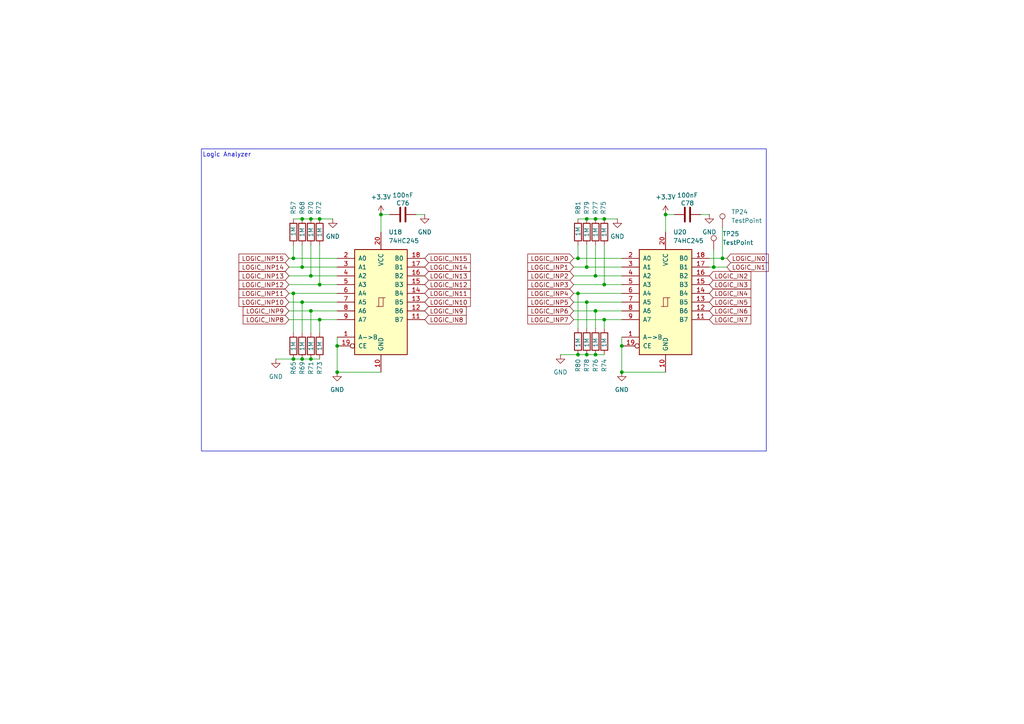
<source format=kicad_sch>
(kicad_sch (version 20250114) (generator "eeschema") (generator_version "9.0")
  (paper "A4")
  (lib_symbols
    (symbol "74xx:74HC245" (pin_names (offset 1.016))
      (property "Reference" "U" (at -7.62 16.51 0))
      (property "Value" "74HC245" (at -7.62 -16.51 0))
      (symbol "74HC245_1_0"
        (polyline (pts (xy -1.27 -1.27) (xy 0.635 -1.27) (xy 0.635 1.27) (xy 1.27 1.27)))
        (polyline (pts (xy -0.635 -1.27) (xy -0.635 1.27) (xy 0.635 1.27)))
        (pin tri_state line (at -12.7 12.7 0) (length 5.08) (name "A0") (number "2"))
        (pin tri_state line (at -12.7 10.16 0) (length 5.08) (name "A1") (number "3"))
        (pin tri_state line (at -12.7 7.62 0) (length 5.08) (name "A2") (number "4"))
        (pin tri_state line (at -12.7 5.08 0) (length 5.08) (name "A3") (number "5"))
        (pin tri_state line (at -12.7 2.54 0) (length 5.08) (name "A4") (number "6"))
        (pin tri_state line (at -12.7 0 0) (length 5.08) (name "A5") (number "7"))
        (pin tri_state line (at -12.7 -2.54 0) (length 5.08) (name "A6") (number "8"))
        (pin tri_state line (at -12.7 -5.08 0) (length 5.08) (name "A7") (number "9"))
        (pin input line (at -12.7 -10.16 0) (length 5.08) (name "A->B") (number "1"))
        (pin input inverted (at -12.7 -12.7 0) (length 5.08) (name "CE") (number "19"))
        (pin power_in line (at 0 20.32 270) (length 5.08) (name "VCC") (number "20"))
        (pin power_in line (at 0 -20.32 90) (length 5.08) (name "GND") (number "10"))
        (pin tri_state line (at 12.7 12.7 180) (length 5.08) (name "B0") (number "18"))
        (pin tri_state line (at 12.7 10.16 180) (length 5.08) (name "B1") (number "17"))
        (pin tri_state line (at 12.7 7.62 180) (length 5.08) (name "B2") (number "16"))
        (pin tri_state line (at 12.7 5.08 180) (length 5.08) (name "B3") (number "15"))
        (pin tri_state line (at 12.7 2.54 180) (length 5.08) (name "B4") (number "14"))
        (pin tri_state line (at 12.7 0 180) (length 5.08) (name "B5") (number "13"))
        (pin tri_state line (at 12.7 -2.54 180) (length 5.08) (name "B6") (number "12"))
        (pin tri_state line (at 12.7 -5.08 180) (length 5.08) (name "B7") (number "11"))
      )
      (symbol "74HC245_1_1"
        (rectangle (start -7.62 15.24) (end 7.62 -15.24) (stroke (width 0.254)) (fill (type background)))
      )
    )
    (symbol "Connector:TestPoint" (pin_numbers (hide yes)) (pin_names (offset 0.762) (hide yes))
      (property "Reference" "TP" (at 0 6.858 0))
      (property "Value" "TestPoint" (at 0 5.08 0))
      (symbol "TestPoint_0_1"
        (circle (center 0 3.302) (radius 0.762))
      )
      (symbol "TestPoint_1_1"
        (pin passive line (at 0 0 90) (length 2.54) (name "1") (number "1"))
      )
    )
    (symbol "Device:C" (pin_numbers (hide yes)) (pin_names (offset 0.254))
      (property "Reference" "C" (at 0.635 2.54 0))
      (property "Value" "C" (at 0.635 -2.54 0))
      (symbol "C_0_1"
        (polyline (pts (xy -2.032 0.762) (xy 2.032 0.762)) (stroke (width 0.508)))
        (polyline (pts (xy -2.032 -0.762) (xy 2.032 -0.762)) (stroke (width 0.508)))
      )
      (symbol "C_1_1"
        (pin passive line (at 0 3.81 270) (length 2.794) (name "~") (number "1"))
        (pin passive line (at 0 -3.81 90) (length 2.794) (name "~") (number "2"))
      )
    )
    (symbol "Device:R" (pin_numbers (hide yes)) (pin_names (offset 0))
      (property "Reference" "R" (at 2.032 0 90))
      (property "Value" "R" (at 0 0 90))
      (symbol "R_0_1"
        (rectangle (start -1.016 -2.54) (end 1.016 2.54) (stroke (width 0.254)))
      )
      (symbol "R_1_1"
        (pin passive line (at 0 3.81 270) (length 1.27) (name "~") (number "1"))
        (pin passive line (at 0 -3.81 90) (length 1.27) (name "~") (number "2"))
      )
    )
    (symbol "GND_1" (power) (pin_numbers (hide yes)) (pin_names (offset 0) (hide yes))
      (property "Value" "GND" (at 0 -3.81 0))
      (symbol "GND_1_0_1"
        (polyline (pts (xy 0 0) (xy 0 -1.27) (xy 1.27 -1.27) (xy 0 -2.54) (xy -1.27 -1.27) (xy 0 -1.27)))
      )
      (symbol "GND_1_1_1"
        (pin power_in line (at 0 0 270) (length 0) (name "~") (number "1"))
      )
    )
    (symbol "GND_2" (power) (pin_numbers (hide yes)) (pin_names (offset 0) (hide yes))
      (property "Value" "GND" (at 0 -3.81 0))
      (symbol "GND_2_0_1"
        (polyline (pts (xy 0 0) (xy 0 -1.27) (xy 1.27 -1.27) (xy 0 -2.54) (xy -1.27 -1.27) (xy 0 -1.27)))
      )
      (symbol "GND_2_1_1"
        (pin power_in line (at 0 0 270) (length 0) (name "~") (number "1"))
      )
    )
    (symbol "GND_3" (power) (pin_numbers (hide yes)) (pin_names (offset 0) (hide yes))
      (property "Value" "GND" (at 0 -3.81 0))
      (symbol "GND_3_0_1"
        (polyline (pts (xy 0 0) (xy 0 -1.27) (xy 1.27 -1.27) (xy 0 -2.54) (xy -1.27 -1.27) (xy 0 -1.27)))
      )
      (symbol "GND_3_1_1"
        (pin power_in line (at 0 0 270) (length 0) (name "~") (number "1"))
      )
    )
    (symbol "GND_4" (power) (pin_numbers (hide yes)) (pin_names (offset 0) (hide yes))
      (property "Value" "GND" (at 0 -3.81 0))
      (symbol "GND_4_0_1"
        (polyline (pts (xy 0 0) (xy 0 -1.27) (xy 1.27 -1.27) (xy 0 -2.54) (xy -1.27 -1.27) (xy 0 -1.27)))
      )
      (symbol "GND_4_1_1"
        (pin power_in line (at 0 0 270) (length 0) (name "~") (number "1"))
      )
    )
    (symbol "GND_5" (power) (pin_numbers (hide yes)) (pin_names (offset 0) (hide yes))
      (property "Value" "GND" (at 0 -3.81 0))
      (symbol "GND_5_0_1"
        (polyline (pts (xy 0 0) (xy 0 -1.27) (xy 1.27 -1.27) (xy 0 -2.54) (xy -1.27 -1.27) (xy 0 -1.27)))
      )
      (symbol "GND_5_1_1"
        (pin power_in line (at 0 0 270) (length 0) (name "~") (number "1"))
      )
    )
    (symbol "GND_6" (power) (pin_numbers (hide yes)) (pin_names (offset 0) (hide yes))
      (property "Value" "GND" (at 0 -3.81 0))
      (symbol "GND_6_0_1"
        (polyline (pts (xy 0 0) (xy 0 -1.27) (xy 1.27 -1.27) (xy 0 -2.54) (xy -1.27 -1.27) (xy 0 -1.27)))
      )
      (symbol "GND_6_1_1"
        (pin power_in line (at 0 0 270) (length 0) (name "~") (number "1"))
      )
    )
    (symbol "GND_7" (power) (pin_numbers (hide yes)) (pin_names (offset 0) (hide yes))
      (property "Value" "GND" (at 0 -3.81 0))
      (symbol "GND_7_0_1"
        (polyline (pts (xy 0 0) (xy 0 -1.27) (xy 1.27 -1.27) (xy 0 -2.54) (xy -1.27 -1.27) (xy 0 -1.27)))
      )
      (symbol "GND_7_1_1"
        (pin power_in line (at 0 0 270) (length 0) (name "~") (number "1"))
      )
    )
    (symbol "GND_8" (power) (pin_numbers (hide yes)) (pin_names (offset 0) (hide yes))
      (property "Value" "GND" (at 0 -3.81 0))
      (symbol "GND_8_0_1"
        (polyline (pts (xy 0 0) (xy 0 -1.27) (xy 1.27 -1.27) (xy 0 -2.54) (xy -1.27 -1.27) (xy 0 -1.27)))
      )
      (symbol "GND_8_1_1"
        (pin power_in line (at 0 0 270) (length 0) (name "~") (number "1"))
      )
    )
    (symbol "power:+3.3V" (power) (pin_numbers (hide yes)) (pin_names (offset 0) (hide yes))
      (property "Value" "+3.3V" (at 0 3.556 0))
      (symbol "+3.3V_0_1"
        (polyline (pts (xy -0.762 1.27) (xy 0 2.54)))
        (polyline (pts (xy 0 2.54) (xy 0.762 1.27)))
        (polyline (pts (xy 0 0) (xy 0 2.54)))
      )
      (symbol "+3.3V_1_1"
        (pin power_in line (at 0 0 90) (length 0) (name "~") (number "1"))
      )
    )
  )
  (rectangle (start 58.42 43.18) (end 222.25 130.81))
  (text "Logic Analyzer" (at 65.786 44.958 0) (effects (font (size 1.27 1.27))))
  (junction (at 170.18 87.63))
  (junction (at 172.72 90.17))
  (junction (at 170.18 77.47))
  (junction (at 97.79 100.33))
  (junction (at 87.63 77.47))
  (junction (at 167.64 102.87))
  (junction (at 90.17 104.14))
  (junction (at 193.04 62.23))
  (junction (at 172.72 63.5))
  (junction (at 170.18 63.5))
  (junction (at 85.09 104.14))
  (junction (at 172.72 102.87))
  (junction (at 175.26 63.5))
  (junction (at 175.26 82.55))
  (junction (at 85.09 85.09))
  (junction (at 92.71 63.5))
  (junction (at 180.34 107.95))
  (junction (at 180.34 100.33))
  (junction (at 172.72 80.01))
  (junction (at 167.64 74.93))
  (junction (at 92.71 92.71))
  (junction (at 92.71 82.55))
  (junction (at 90.17 63.5))
  (junction (at 170.18 102.87))
  (junction (at 97.79 107.95))
  (junction (at 207.01 77.47))
  (junction (at 85.09 74.93))
  (junction (at 110.49 62.23))
  (junction (at 167.64 85.09))
  (junction (at 90.17 90.17))
  (junction (at 87.63 63.5))
  (junction (at 175.26 92.71))
  (junction (at 209.55 74.93))
  (junction (at 87.63 104.14))
  (junction (at 87.63 87.63))
  (junction (at 90.17 80.01))
  (wire (pts (xy 90.17 80.01) (xy 97.79 80.01)))
  (wire (pts (xy 167.64 63.5) (xy 170.18 63.5)))
  (wire (pts (xy 87.63 87.63) (xy 97.79 87.63)))
  (wire (pts (xy 97.79 97.79) (xy 97.79 100.33)))
  (wire (pts (xy 172.72 63.5) (xy 175.26 63.5)))
  (wire (pts (xy 207.01 72.39) (xy 207.01 77.47)))
  (wire (pts (xy 166.37 85.09) (xy 167.64 85.09)))
  (wire (pts (xy 166.37 87.63) (xy 170.18 87.63)))
  (wire (pts (xy 172.72 90.17) (xy 172.72 95.25)))
  (wire (pts (xy 97.79 100.33) (xy 97.79 107.95)))
  (wire (pts (xy 92.71 82.55) (xy 97.79 82.55)))
  (wire (pts (xy 167.64 102.87) (xy 162.56 102.87)))
  (wire (pts (xy 83.82 82.55) (xy 92.71 82.55)))
  (wire (pts (xy 175.26 82.55) (xy 180.34 82.55)))
  (wire (pts (xy 170.18 77.47) (xy 180.34 77.47)))
  (wire (pts (xy 90.17 104.14) (xy 92.71 104.14)))
  (wire (pts (xy 180.34 100.33) (xy 180.34 107.95)))
  (wire (pts (xy 83.82 90.17) (xy 90.17 90.17)))
  (wire (pts (xy 110.49 62.23) (xy 110.49 67.31)))
  (wire (pts (xy 167.64 71.12) (xy 167.64 74.93)))
  (wire (pts (xy 87.63 77.47) (xy 97.79 77.47)))
  (wire (pts (xy 175.26 71.12) (xy 175.26 82.55)))
  (wire (pts (xy 166.37 74.93) (xy 167.64 74.93)))
  (wire (pts (xy 180.34 97.79) (xy 180.34 100.33)))
  (wire (pts (xy 166.37 77.47) (xy 170.18 77.47)))
  (wire (pts (xy 87.63 104.14) (xy 85.09 104.14)))
  (wire (pts (xy 83.82 74.93) (xy 85.09 74.93)))
  (wire (pts (xy 170.18 63.5) (xy 172.72 63.5)))
  (wire (pts (xy 175.26 92.71) (xy 175.26 95.25)))
  (wire (pts (xy 87.63 104.14) (xy 90.17 104.14)))
  (wire (pts (xy 210.82 74.93) (xy 209.55 74.93)))
  (wire (pts (xy 85.09 85.09) (xy 85.09 96.52)))
  (wire (pts (xy 170.18 102.87) (xy 172.72 102.87)))
  (wire (pts (xy 113.03 62.23) (xy 110.49 62.23)))
  (wire (pts (xy 172.72 90.17) (xy 180.34 90.17)))
  (wire (pts (xy 167.64 74.93) (xy 180.34 74.93)))
  (wire (pts (xy 166.37 90.17) (xy 172.72 90.17)))
  (wire (pts (xy 170.18 102.87) (xy 167.64 102.87)))
  (wire (pts (xy 87.63 71.12) (xy 87.63 77.47)))
  (wire (pts (xy 180.34 107.95) (xy 193.04 107.95)))
  (wire (pts (xy 166.37 82.55) (xy 175.26 82.55)))
  (wire (pts (xy 172.72 80.01) (xy 180.34 80.01)))
  (wire (pts (xy 90.17 90.17) (xy 97.79 90.17)))
  (wire (pts (xy 87.63 63.5) (xy 90.17 63.5)))
  (wire (pts (xy 205.74 74.93) (xy 209.55 74.93)))
  (wire (pts (xy 83.82 85.09) (xy 85.09 85.09)))
  (wire (pts (xy 85.09 74.93) (xy 97.79 74.93)))
  (wire (pts (xy 179.07 63.5) (xy 175.26 63.5)))
  (wire (pts (xy 97.79 107.95) (xy 110.49 107.95)))
  (wire (pts (xy 85.09 71.12) (xy 85.09 74.93)))
  (wire (pts (xy 170.18 87.63) (xy 180.34 87.63)))
  (wire (pts (xy 167.64 85.09) (xy 180.34 85.09)))
  (wire (pts (xy 83.82 87.63) (xy 87.63 87.63)))
  (wire (pts (xy 87.63 87.63) (xy 87.63 96.52)))
  (wire (pts (xy 90.17 71.12) (xy 90.17 80.01)))
  (wire (pts (xy 120.65 62.23) (xy 123.19 62.23)))
  (wire (pts (xy 210.82 77.47) (xy 207.01 77.47)))
  (wire (pts (xy 172.72 102.87) (xy 175.26 102.87)))
  (wire (pts (xy 170.18 71.12) (xy 170.18 77.47)))
  (wire (pts (xy 170.18 87.63) (xy 170.18 95.25)))
  (wire (pts (xy 207.01 77.47) (xy 205.74 77.47)))
  (wire (pts (xy 83.82 92.71) (xy 92.71 92.71)))
  (wire (pts (xy 92.71 92.71) (xy 92.71 96.52)))
  (wire (pts (xy 203.2 62.23) (xy 205.74 62.23)))
  (wire (pts (xy 172.72 71.12) (xy 172.72 80.01)))
  (wire (pts (xy 166.37 92.71) (xy 175.26 92.71)))
  (wire (pts (xy 85.09 104.14) (xy 80.01 104.14)))
  (wire (pts (xy 166.37 80.01) (xy 172.72 80.01)))
  (wire (pts (xy 193.04 62.23) (xy 195.58 62.23)))
  (wire (pts (xy 90.17 90.17) (xy 90.17 96.52)))
  (wire (pts (xy 92.71 71.12) (xy 92.71 82.55)))
  (wire (pts (xy 92.71 92.71) (xy 97.79 92.71)))
  (wire (pts (xy 167.64 85.09) (xy 167.64 95.25)))
  (wire (pts (xy 83.82 77.47) (xy 87.63 77.47)))
  (wire (pts (xy 83.82 80.01) (xy 90.17 80.01)))
  (wire (pts (xy 90.17 63.5) (xy 92.71 63.5)))
  (wire (pts (xy 92.71 63.5) (xy 96.52 63.5)))
  (wire (pts (xy 85.09 63.5) (xy 87.63 63.5)))
  (wire (pts (xy 193.04 62.23) (xy 193.04 67.31)))
  (wire (pts (xy 85.09 85.09) (xy 97.79 85.09)))
  (wire (pts (xy 209.55 66.04) (xy 209.55 74.93)))
  (wire (pts (xy 175.26 92.71) (xy 180.34 92.71)))
  (global_label "LOGIC_INP4" (shape input) (at 166.37 85.09 180) (property "Intersheetrefs" "${INTERSHEET_REFS}" (effects (hide yes))))
  (global_label "LOGIC_IN8" (shape input) (at 123.19 92.71 0) (property "Intersheetrefs" "${INTERSHEET_REFS}" (effects (hide yes))))
  (global_label "LOGIC_IN4" (shape input) (at 205.74 85.09 0) (property "Intersheetrefs" "${INTERSHEET_REFS}" (effects (hide yes))))
  (global_label "LOGIC_INP0" (shape input) (at 166.37 74.93 180) (property "Intersheetrefs" "${INTERSHEET_REFS}" (effects (hide yes))))
  (global_label "LOGIC_INP1" (shape input) (at 166.37 77.47 180) (property "Intersheetrefs" "${INTERSHEET_REFS}" (effects (hide yes))))
  (global_label "LOGIC_IN0" (shape input) (at 210.82 74.93 0) (property "Intersheetrefs" "${INTERSHEET_REFS}" (effects (hide yes))))
  (global_label "LOGIC_IN3" (shape input) (at 205.74 82.55 0) (property "Intersheetrefs" "${INTERSHEET_REFS}" (effects (hide yes))))
  (global_label "LOGIC_IN11" (shape input) (at 123.19 85.09 0) (property "Intersheetrefs" "${INTERSHEET_REFS}" (effects (hide yes))))
  (global_label "LOGIC_IN15" (shape input) (at 123.19 74.93 0) (property "Intersheetrefs" "${INTERSHEET_REFS}" (effects (hide yes))))
  (global_label "LOGIC_IN13" (shape input) (at 123.19 80.01 0) (property "Intersheetrefs" "${INTERSHEET_REFS}" (effects (hide yes))))
  (global_label "LOGIC_IN2" (shape input) (at 205.74 80.01 0) (property "Intersheetrefs" "${INTERSHEET_REFS}" (effects (hide yes))))
  (global_label "LOGIC_IN14" (shape input) (at 123.19 77.47 0) (property "Intersheetrefs" "${INTERSHEET_REFS}" (effects (hide yes))))
  (global_label "LOGIC_INP12" (shape input) (at 83.82 82.55 180) (property "Intersheetrefs" "${INTERSHEET_REFS}" (effects (hide yes))))
  (global_label "LOGIC_IN10" (shape input) (at 123.19 87.63 0) (property "Intersheetrefs" "${INTERSHEET_REFS}" (effects (hide yes))))
  (global_label "LOGIC_INP13" (shape input) (at 83.82 80.01 180) (property "Intersheetrefs" "${INTERSHEET_REFS}" (effects (hide yes))))
  (global_label "LOGIC_INP6" (shape input) (at 166.37 90.17 180) (property "Intersheetrefs" "${INTERSHEET_REFS}" (effects (hide yes))))
  (global_label "LOGIC_IN12" (shape input) (at 123.19 82.55 0) (property "Intersheetrefs" "${INTERSHEET_REFS}" (effects (hide yes))))
  (global_label "LOGIC_INP10" (shape input) (at 83.82 87.63 180) (property "Intersheetrefs" "${INTERSHEET_REFS}" (effects (hide yes))))
  (global_label "LOGIC_INP8" (shape input) (at 83.82 92.71 180) (property "Intersheetrefs" "${INTERSHEET_REFS}" (effects (hide yes))))
  (global_label "LOGIC_IN7" (shape input) (at 205.74 92.71 0) (property "Intersheetrefs" "${INTERSHEET_REFS}" (effects (hide yes))))
  (global_label "LOGIC_INP2" (shape input) (at 166.37 80.01 180) (property "Intersheetrefs" "${INTERSHEET_REFS}" (effects (hide yes))))
  (global_label "LOGIC_IN6" (shape input) (at 205.74 90.17 0) (property "Intersheetrefs" "${INTERSHEET_REFS}" (effects (hide yes))))
  (global_label "LOGIC_INP11" (shape input) (at 83.82 85.09 180) (property "Intersheetrefs" "${INTERSHEET_REFS}" (effects (hide yes))))
  (global_label "LOGIC_INP3" (shape input) (at 166.37 82.55 180) (property "Intersheetrefs" "${INTERSHEET_REFS}" (effects (hide yes))))
  (global_label "LOGIC_IN9" (shape input) (at 123.19 90.17 0) (property "Intersheetrefs" "${INTERSHEET_REFS}" (effects (hide yes))))
  (global_label "LOGIC_INP14" (shape input) (at 83.82 77.47 180) (property "Intersheetrefs" "${INTERSHEET_REFS}" (effects (hide yes))))
  (global_label "LOGIC_INP9" (shape input) (at 83.82 90.17 180) (property "Intersheetrefs" "${INTERSHEET_REFS}" (effects (hide yes))))
  (global_label "LOGIC_INP7" (shape input) (at 166.37 92.71 180) (property "Intersheetrefs" "${INTERSHEET_REFS}" (effects (hide yes))))
  (global_label "LOGIC_IN5" (shape input) (at 205.74 87.63 0) (property "Intersheetrefs" "${INTERSHEET_REFS}" (effects (hide yes))))
  (global_label "LOGIC_IN1" (shape input) (at 210.82 77.47 0) (property "Intersheetrefs" "${INTERSHEET_REFS}" (effects (hide yes))))
  (global_label "LOGIC_INP15" (shape input) (at 83.82 74.93 180) (property "Intersheetrefs" "${INTERSHEET_REFS}" (effects (hide yes))))
  (global_label "LOGIC_INP5" (shape input) (at 166.37 87.63 180) (property "Intersheetrefs" "${INTERSHEET_REFS}" (effects (hide yes))))
  (symbol (lib_id "Device:C") (at 199.39 62.23 90) (mirror x) (unit 1)
    (property "Reference" "C78" (at 199.39 58.928 90))
    (property "Value" "100nF" (at 199.39 56.642 90))
    (property "Footprint" "Capacitor_SMD:C_0603_1608Metric" (effects (hide yes)))
    (property "Description" "Unpolarized capacitor" (effects (hide yes)))
  )
  (symbol (lib_id "Connector:TestPoint") (at 207.01 72.39 0) (unit 1)
    (property "Reference" "TP25" (at 209.55 67.8179 0) (effects (justify left)))
    (property "Value" "TestPoint" (at 209.55 70.3579 0) (effects (justify left)))
    (property "Footprint" "TestPoint:TestPoint_Pad_2.0x2.0mm" (effects (hide yes)))
    (property "Description" "test point" (effects (hide yes)))
  )
  (symbol (lib_id "Device:R") (at 87.63 100.33 180) (unit 1)
    (property "Reference" "R69" (at 87.63 108.712 90) (effects (justify right)))
    (property "Value" "1M" (at 87.63 101.854 90) (effects (justify right)))
    (property "Footprint" "Resistor_SMD:R_0603_1608Metric" (effects (hide yes)))
    (property "Description" "Resistor" (effects (hide yes)))
  )
  (symbol (lib_id "Device:R") (at 170.18 99.06 180) (unit 1)
    (property "Reference" "R78" (at 170.18 107.95 90) (effects (justify right)))
    (property "Value" "1M" (at 170.18 100.838 90) (effects (justify right)))
    (property "Footprint" "Resistor_SMD:R_0603_1608Metric" (effects (hide yes)))
    (property "Description" "Resistor" (effects (hide yes)))
  )
  (symbol (lib_name "GND_7") (lib_id "power:GND") (at 162.56 102.87 0) (unit 1)
    (property "Reference" "#PWR0151" (effects (hide yes)))
    (property "Value" "GND" (at 162.56 107.95 0))
    (property "Description" "Power symbol creates a global label with name \"GND\" , ground" (effects (hide yes)))
  )
  (symbol (lib_id "Device:R") (at 170.18 67.31 180) (unit 1)
    (property "Reference" "R79" (at 170.18 62.23 90) (effects (justify right)))
    (property "Value" "1M" (at 170.18 68.834 90) (effects (justify right)))
    (property "Footprint" "Resistor_SMD:R_0603_1608Metric" (effects (hide yes)))
    (property "Description" "Resistor" (effects (hide yes)))
  )
  (symbol (lib_name "GND_1") (lib_id "power:GND") (at 96.52 63.5 0) (unit 1)
    (property "Reference" "#PWR0128" (effects (hide yes)))
    (property "Value" "GND" (at 96.52 68.58 0))
    (property "Description" "Power symbol creates a global label with name \"GND\" , ground" (effects (hide yes)))
  )
  (symbol (lib_id "Device:R") (at 175.26 99.06 180) (unit 1)
    (property "Reference" "R74" (at 175.26 107.95 90) (effects (justify right)))
    (property "Value" "1M" (at 175.26 100.838 90) (effects (justify right)))
    (property "Footprint" "Resistor_SMD:R_0603_1608Metric" (effects (hide yes)))
    (property "Description" "Resistor" (effects (hide yes)))
  )
  (symbol (lib_id "Device:R") (at 172.72 67.31 180) (unit 1)
    (property "Reference" "R77" (at 172.72 62.23 90) (effects (justify right)))
    (property "Value" "1M" (at 172.72 68.834 90) (effects (justify right)))
    (property "Footprint" "Resistor_SMD:R_0603_1608Metric" (effects (hide yes)))
    (property "Description" "Resistor" (effects (hide yes)))
  )
  (symbol (lib_name "GND_6") (lib_id "power:GND") (at 97.79 107.95 0) (unit 1)
    (property "Reference" "#PWR0147" (effects (hide yes)))
    (property "Value" "GND" (at 97.79 113.03 0))
    (property "Description" "Power symbol creates a global label with name \"GND\" , ground" (effects (hide yes)))
  )
  (symbol (lib_id "Device:R") (at 167.64 67.31 180) (unit 1)
    (property "Reference" "R81" (at 167.64 62.23 90) (effects (justify right)))
    (property "Value" "1M" (at 167.64 68.58 90) (effects (justify right)))
    (property "Footprint" "Resistor_SMD:R_0603_1608Metric" (effects (hide yes)))
    (property "Description" "Resistor" (effects (hide yes)))
  )
  (symbol (lib_id "Device:R") (at 87.63 67.31 180) (unit 1)
    (property "Reference" "R68" (at 87.63 62.23 90) (effects (justify right)))
    (property "Value" "1M" (at 87.63 68.834 90) (effects (justify right)))
    (property "Footprint" "Resistor_SMD:R_0603_1608Metric" (effects (hide yes)))
    (property "Description" "Resistor" (effects (hide yes)))
  )
  (symbol (lib_id "74xx:74HC245") (at 193.04 87.63 0) (unit 1)
    (property "Reference" "U20" (at 195.2341 67.31 0) (effects (justify left)))
    (property "Value" "74HC245" (at 195.2341 69.85 0) (effects (justify left)))
    (property "Footprint" "Package_DFN_QFN:DHVQFN-20-1EP_2.5x4.5mm_P0.5mm_EP1x3mm" (effects (hide yes)))
    (property "Datasheet" "http://www.ti.com/lit/gpn/sn74HC245" (effects (hide yes)))
    (property "Description" "Octal BUS Transceivers, 3-State outputs" (effects (hide yes)))
  )
  (symbol (lib_name "GND_3") (lib_id "power:GND") (at 205.74 62.23 0) (unit 1)
    (property "Reference" "#PWR0145" (effects (hide yes)))
    (property "Value" "GND" (at 205.74 67.31 0))
    (property "Description" "Power symbol creates a global label with name \"GND\" , ground" (effects (hide yes)))
  )
  (symbol (lib_id "Device:C") (at 116.84 62.23 90) (mirror x) (unit 1)
    (property "Reference" "C76" (at 116.84 58.928 90))
    (property "Value" "100nF" (at 116.84 56.642 90))
    (property "Footprint" "Capacitor_SMD:C_0603_1608Metric" (effects (hide yes)))
    (property "Description" "Unpolarized capacitor" (effects (hide yes)))
  )
  (symbol (lib_name "GND_5") (lib_id "power:GND") (at 80.01 104.14 0) (unit 1)
    (property "Reference" "#PWR067" (effects (hide yes)))
    (property "Value" "GND" (at 80.01 109.22 0))
    (property "Description" "Power symbol creates a global label with name \"GND\" , ground" (effects (hide yes)))
  )
  (symbol (lib_name "GND_2") (lib_id "power:GND") (at 123.19 62.23 0) (unit 1)
    (property "Reference" "#PWR0129" (effects (hide yes)))
    (property "Value" "GND" (at 123.19 67.31 0))
    (property "Description" "Power symbol creates a global label with name \"GND\" , ground" (effects (hide yes)))
  )
  (symbol (lib_id "Device:R") (at 92.71 100.33 180) (unit 1)
    (property "Reference" "R73" (at 92.71 108.712 90) (effects (justify right)))
    (property "Value" "1M" (at 92.71 101.854 90) (effects (justify right)))
    (property "Footprint" "Resistor_SMD:R_0603_1608Metric" (effects (hide yes)))
    (property "Description" "Resistor" (effects (hide yes)))
  )
  (symbol (lib_name "GND_8") (lib_id "power:GND") (at 180.34 107.95 0) (unit 1)
    (property "Reference" "#PWR0157" (effects (hide yes)))
    (property "Value" "GND" (at 180.34 113.03 0))
    (property "Description" "Power symbol creates a global label with name \"GND\" , ground" (effects (hide yes)))
  )
  (symbol (lib_id "Device:R") (at 85.09 67.31 180) (unit 1)
    (property "Reference" "R57" (at 85.09 62.23 90) (effects (justify right)))
    (property "Value" "1M" (at 85.09 68.58 90) (effects (justify right)))
    (property "Footprint" "Resistor_SMD:R_0603_1608Metric" (effects (hide yes)))
    (property "Description" "Resistor" (effects (hide yes)))
  )
  (symbol (lib_id "Device:R") (at 175.26 67.31 180) (unit 1)
    (property "Reference" "R75" (at 175.006 62.23 90) (effects (justify right)))
    (property "Value" "1M" (at 175.26 68.834 90) (effects (justify right)))
    (property "Footprint" "Resistor_SMD:R_0603_1608Metric" (effects (hide yes)))
    (property "Description" "Resistor" (effects (hide yes)))
  )
  (symbol (lib_id "power:+3.3V") (at 110.49 62.23 0) (unit 1)
    (property "Reference" "#PWR0148" (effects (hide yes)))
    (property "Value" "+3.3V" (at 110.49 57.15 0))
    (property "Description" "Power symbol creates a global label with name \"+3.3V\"" (effects (hide yes)))
  )
  (symbol (lib_id "74xx:74HC245") (at 110.49 87.63 0) (unit 1)
    (property "Reference" "U18" (at 112.6841 67.31 0) (effects (justify left)))
    (property "Value" "74HC245" (at 112.6841 69.85 0) (effects (justify left)))
    (property "Footprint" "Package_DFN_QFN:DHVQFN-20-1EP_2.5x4.5mm_P0.5mm_EP1x3mm" (effects (hide yes)))
    (property "Datasheet" "http://www.ti.com/lit/gpn/sn74HC245" (effects (hide yes)))
    (property "Description" "Octal BUS Transceivers, 3-State outputs" (effects (hide yes)))
  )
  (symbol (lib_name "GND_4") (lib_id "power:GND") (at 179.07 63.5 0) (unit 1)
    (property "Reference" "#PWR0150" (effects (hide yes)))
    (property "Value" "GND" (at 179.07 68.58 0))
    (property "Description" "Power symbol creates a global label with name \"GND\" , ground" (effects (hide yes)))
  )
  (symbol (lib_id "Device:R") (at 92.71 67.31 180) (unit 1)
    (property "Reference" "R72" (at 92.456 62.23 90) (effects (justify right)))
    (property "Value" "1M" (at 92.71 68.834 90) (effects (justify right)))
    (property "Footprint" "Resistor_SMD:R_0603_1608Metric" (effects (hide yes)))
    (property "Description" "Resistor" (effects (hide yes)))
  )
  (symbol (lib_id "Device:R") (at 85.09 100.33 180) (unit 1)
    (property "Reference" "R65" (at 85.09 108.712 90) (effects (justify right)))
    (property "Value" "1M" (at 85.09 101.854 90) (effects (justify right)))
    (property "Footprint" "Resistor_SMD:R_0603_1608Metric" (effects (hide yes)))
    (property "Description" "Resistor" (effects (hide yes)))
  )
  (symbol (lib_id "power:+3.3V") (at 193.04 62.23 0) (unit 1)
    (property "Reference" "#PWR0152" (effects (hide yes)))
    (property "Value" "+3.3V" (at 193.04 57.15 0))
    (property "Description" "Power symbol creates a global label with name \"+3.3V\"" (effects (hide yes)))
  )
  (symbol (lib_id "Device:R") (at 167.64 99.06 180) (unit 1)
    (property "Reference" "R80" (at 167.64 107.95 90) (effects (justify right)))
    (property "Value" "1M" (at 167.64 100.838 90) (effects (justify right)))
    (property "Footprint" "Resistor_SMD:R_0603_1608Metric" (effects (hide yes)))
    (property "Description" "Resistor" (effects (hide yes)))
  )
  (symbol (lib_id "Connector:TestPoint") (at 209.55 66.04 0) (unit 1)
    (property "Reference" "TP24" (at 212.09 61.4679 0) (effects (justify left)))
    (property "Value" "TestPoint" (at 212.09 64.0079 0) (effects (justify left)))
    (property "Footprint" "TestPoint:TestPoint_Pad_2.0x2.0mm" (effects (hide yes)))
    (property "Description" "test point" (effects (hide yes)))
  )
  (symbol (lib_id "Device:R") (at 90.17 67.31 180) (unit 1)
    (property "Reference" "R70" (at 90.17 62.23 90) (effects (justify right)))
    (property "Value" "1M" (at 90.17 68.834 90) (effects (justify right)))
    (property "Footprint" "Resistor_SMD:R_0603_1608Metric" (effects (hide yes)))
    (property "Description" "Resistor" (effects (hide yes)))
  )
  (symbol (lib_id "Device:R") (at 90.17 100.33 180) (unit 1)
    (property "Reference" "R71" (at 90.17 108.712 90) (effects (justify right)))
    (property "Value" "1M" (at 90.17 101.854 90) (effects (justify right)))
    (property "Footprint" "Resistor_SMD:R_0603_1608Metric" (effects (hide yes)))
    (property "Description" "Resistor" (effects (hide yes)))
  )
  (symbol (lib_id "Device:R") (at 172.72 99.06 180) (unit 1)
    (property "Reference" "R76" (at 172.72 107.95 90) (effects (justify right)))
    (property "Value" "1M" (at 172.72 100.838 90) (effects (justify right)))
    (property "Footprint" "Resistor_SMD:R_0603_1608Metric" (effects (hide yes)))
    (property "Description" "Resistor" (effects (hide yes)))
  )
)
</source>
